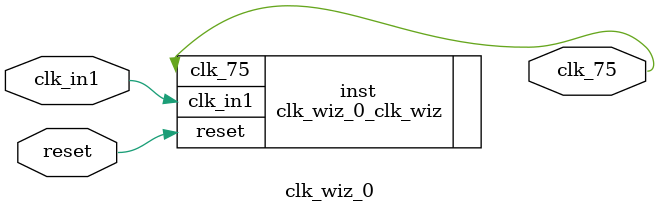
<source format=v>


`timescale 1ps/1ps

(* CORE_GENERATION_INFO = "clk_wiz_0,clk_wiz_v6_0_4_0_0,{component_name=clk_wiz_0,use_phase_alignment=true,use_min_o_jitter=false,use_max_i_jitter=false,use_dyn_phase_shift=false,use_inclk_switchover=false,use_dyn_reconfig=false,enable_axi=0,feedback_source=FDBK_AUTO,PRIMITIVE=MMCM,num_out_clk=1,clkin1_period=10.000,clkin2_period=10.000,use_power_down=false,use_reset=true,use_locked=false,use_inclk_stopped=false,feedback_type=SINGLE,CLOCK_MGR_TYPE=NA,manual_override=false}" *)

module clk_wiz_0 
 (
  // Clock out ports
  output        clk_75,
  // Status and control signals
  input         reset,
 // Clock in ports
  input         clk_in1
 );

  clk_wiz_0_clk_wiz inst
  (
  // Clock out ports  
  .clk_75(clk_75),
  // Status and control signals               
  .reset(reset), 
 // Clock in ports
  .clk_in1(clk_in1)
  );

endmodule

</source>
